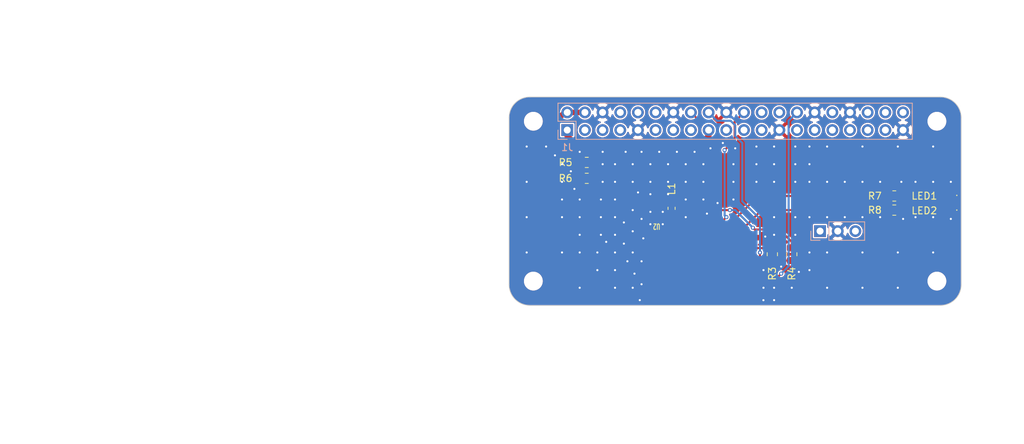
<source format=kicad_pcb>
(kicad_pcb (version 20241229) (generator "pcbnew") (generator_version "9.0")
  (title_block (date "15 nov 2012"))
  (layers (0 "F.Cu" signal) (2 "B.Cu" signal) (13 "F.Paste" user) (15 "B.Paste" user) (5 "F.SilkS" user "F.Silkscreen") (7 "B.SilkS" user "B.Silkscreen") (1 "F.Mask" user) (3 "B.Mask" user) (25 "Edge.Cuts" user))
  (net 0 "")
  (net 1 "GND")
  (net 2 "/GPIO3")
  (net 3 "/GPIO12")
  (net 4 "/GPIO13")
  (net 5 "/GPIO18")
  (net 6 "/GPIO17")
  (net 7 "/GPIO14")
  (net 8 "/GPIO27")
  (net 9 "/GPIO22")
  (net 10 "/GPIO23")
  (net 11 "/GPIO26")
  (net 12 "/GPIO24")
  (net 13 "/GPIO2")
  (net 14 "/GPIO1")
  (net 15 "/GPIO25")
  (net 16 "/GPIO9")
  (net 17 "/GPIO10")
  (net 18 "/GPIO20")
  (net 19 "/GPIO19")
  (net 20 "/GPIO8")
  (net 21 "/GPIO0")
  (net 22 "/GPIO6")
  (net 23 "/GPIO7")
  (net 24 "/GPIO11")
  (net 25 "/GPIO4")
  (net 26 "/GPIO16")
  (net 27 "/GPIO21")
  (net 28 "Net-(U2-DO)")
  (net 29 "+5V")
  (net 30 "+3V3")
  (net 31 "/WL_GPIO2")
  (net 33 "/WL_GPIO0")
  (net 34 "/WL_GPIO1")
  (net 36 "Net-(U2-VDDIO)")
  (net 38 "Net-(U2-nIRQ)")
  (net 39 "/GPIO5")
  (net 40 "/GPIO15")
  (net 41 "Net-(LED1-A)")
  (net 42 "Net-(LED2-A)")
  (net 43 "/SW_CLK")
  (net 44 "/SW_DIO")
  (footprint "MountingHole:MountingHole_2.7mm_M2.5" (layer "F.Cu") (at 161.5 73.5)
    (property "Reference" "MH2" (hide yes))
    (property "Value" "MountingHole_2.7mm_M2.5" (hide yes))
    (pad "" np_thru_hole circle (at 0 0) (size 2.7 2.7) (drill 2.7) (layers "*.Cu" "*.Mask"))
  )
  (footprint "lsc-resistor:R_ERA-6A_0805_2012Metric" (layer "F.Cu") (at 155.372 86.284 180)
    (property "Reference" "R8" (at 2.794 0 180) (layer "F.SilkS"))
    (property "Value" "470")
    (fp_line (start -0.227064 0.735) (end 0.227064 0.735) (stroke (width 0.12)) (layer "F.SilkS"))
    (fp_line (start -0.227064 -0.735) (end 0.227064 -0.735) (stroke (width 0.12)) (layer "F.SilkS"))
    (pad "1" smd roundrect (at -0.9125 0 180) (size 1.025 1.4) (layers "F.Cu" "F.Mask" "F.Paste") (roundrect_rratio 0.243902) (net 42 "Net-(LED2-A)"))
    (pad "2" smd roundrect (at 0.9125 0 180) (size 1.025 1.4) (layers "F.Cu" "F.Mask" "F.Paste") (roundrect_rratio 0.243902) (net 31 "/WL_GPIO2"))
  )
  (footprint "lsc-led-smd:LED_599-00XX-137F_0603_1608Metric" (layer "F.Cu") (at 163.008 84.1669 180)
    (property "Reference" "LED1" (at 3.318 -0.0851 180) (layer "F.SilkS"))
    (property "Value" "YL-GN")
    (fp_circle (center -1.35 0) (end -1.35 0.05) (stroke (width 0.1)) (fill no) (layer "F.SilkS"))
    (pad "1" smd roundrect (at -0.75 0 270) (size 0.8 0.8) (layers "F.Cu" "F.Mask" "F.Paste") (net 1 "GND"))
    (pad "2" smd roundrect (at 0.75 0 270) (size 0.8 0.8) (layers "F.Cu" "F.Mask" "F.Paste") (net 41 "Net-(LED1-A)"))
  )
  (footprint "MountingHole:MountingHole_2.7mm_M2.5" (layer "F.Cu") (at 103.5 96.5)
    (property "Reference" "MH3" (hide yes))
    (property "Value" "MountingHole_2.7mm_M2.5" (hide yes))
    (pad "" np_thru_hole circle (at 0 0) (size 2.7 2.7) (drill 2.7) (layers "*.Cu" "*.Mask"))
  )
  (footprint "MountingHole:MountingHole_2.7mm_M2.5" (layer "F.Cu") (at 103.5 73.5)
    (property "Reference" "MH1" (hide yes))
    (property "Value" "MountingHole_2.7mm_M2.5" (hide yes))
    (pad "" np_thru_hole circle (at 0 0) (size 2.7 2.7) (drill 2.7) (layers "*.Cu" "*.Mask"))
  )
  (footprint "lsc-resistor:R_ERA-6A_0805_2012Metric" (layer "F.Cu") (at 111.176 79.426)
    (property "Reference" "R5" (at -3.048 0 0) (layer "F.SilkS"))
    (property "Value" "10k")
    (fp_line (start -0.227064 -0.735) (end 0.227064 -0.735) (stroke (width 0.12)) (layer "F.SilkS"))
    (fp_line (start -0.227064 0.735) (end 0.227064 0.735) (stroke (width 0.12)) (layer "F.SilkS"))
    (pad "1" smd roundrect (at -0.9125 0) (size 1.025 1.4) (layers "F.Cu" "F.Mask" "F.Paste") (roundrect_rratio 0.243902) (net 29 "+5V"))
    (pad "2" smd roundrect (at 0.9125 0) (size 1.025 1.4) (layers "F.Cu" "F.Mask" "F.Paste") (roundrect_rratio 0.243902) (net 34 "/WL_GPIO1"))
  )
  (footprint "lsc-module:rpi_rmc20452t" (layer "F.Cu") (at 127.794 96.698 180)
    (property "Reference" "U2" (hide yes))
    (property "Value" "RMC20452" (hide yes))
    (fp_text user "U2" (at 5.988 8.53 180) (layer "F.SilkS") (effects (font (size 0.8 0.5) (thickness 0.125) (bold yes)) (justify left bottom)))
    (pad "1" smd rect (at -6.75 -2.55 180) (size 2 1) (layers "F.Cu" "F.Mask" "F.Paste") (net 1 "GND") (clearance 0))
    (pad "2" smd rect (at -6.75 -1.05 180) (size 2 1) (layers "F.Cu" "F.Mask" "F.Paste") (clearance 0))
    (pad "3" smd rect (at -6.75 0.45 180) (size 2 1) (layers "F.Cu" "F.Mask" "F.Paste") (net 14 "/GPIO1") (clearance 0))
    (pad "4" smd rect (at -6.75 1.95 180) (size 2 1) (layers "F.Cu" "F.Mask" "F.Paste") (net 1 "GND") (clearance 0))
    (pad "5" smd rect (at -6.75 3.45 180) (size 2 1) (layers "F.Cu" "F.Mask" "F.Paste") (net 12 "/GPIO24") (clearance 0))
    (pad "6" smd rect (at -6.75 4.95 180) (size 2 1) (layers "F.Cu" "F.Mask" "F.Paste") (net 28 "Net-(U2-DO)") (clearance 0))
    (pad "7" smd rect (at -6.75 6.45 180) (size 2 1) (layers "F.Cu" "F.Mask" "F.Paste") (net 1 "GND") (clearance 0))
    (pad "8" smd rect (at -4.5 7.75 270) (size 2 1) (layers "F.Cu" "F.Mask" "F.Paste") (net 33 "/WL_GPIO0") (clearance 0))
    (pad "9" smd rect (at -3 7.75 270) (size 2 1) (layers "F.Cu" "F.Mask" "F.Paste") (net 15 "/GPIO25") (clearance 0))
    (pad "10" smd rect (at -1.5 7.75 270) (size 2 1) (layers "F.Cu" "F.Mask" "F.Paste") (net 38 "Net-(U2-nIRQ)") (clearance 0))
    (pad "11" smd rect (at 0 7.75 270) (size 2 1) (layers "F.Cu" "F.Mask" "F.Paste") (net 1 "GND") (clearance 0))
    (pad "12" smd rect (at 1.5 7.75 270) (size 2 1) (layers "F.Cu" "F.Mask" "F.Paste") (net 10 "/GPIO23") (clearance 0))
    (pad "13" smd rect (at 3 7.75 270) (size 2 1) (layers "F.Cu" "F.Mask" "F.Paste") (net 10 "/GPIO23") (clearance 0))
    (pad "14" smd rect (at 4.5 7.75 270) (size 2 1) (layers "F.Cu" "F.Mask" "F.Paste") (net 36 "Net-(U2-VDDIO)") (clearance 0))
    (pad "15" smd rect (at 6.75 6.45) (size 2 1) (layers "F.Cu" "F.Mask" "F.Paste") (net 1 "GND") (clearance 0))
    (pad "16" smd rect (at 6.75 4.95) (size 2 1) (layers "F.Cu" "F.Mask" "F.Paste") (net 36 "Net-(U2-VDDIO)") (clearance 0))
    (pad "17" smd rect (at 6.75 3.45) (size 2 1) (layers "F.Cu" "F.Mask" "F.Paste") (net 31 "/WL_GPIO2") (clearance 0))
    (pad "18" smd rect (at 6.75 1.95) (size 2 1) (layers "F.Cu" "F.Mask" "F.Paste") (net 34 "/WL_GPIO1") (clearance 0))
    (pad "19" smd rect (at 6.75 0.45) (size 2 1) (layers "F.Cu" "F.Mask" "F.Paste") (clearance 0))
    (pad "20" smd rect (at 6.75 -1.05) (size 2 1) (layers "F.Cu" "F.Mask" "F.Paste") (clearance 0))
    (pad "21" smd rect (at 6.75 -2.55) (size 2 1) (layers "F.Cu" "F.Mask" "F.Paste") (net 1 "GND") (clearance 0))
  )
  (footprint "lsc-resistor:R_ERA-6A_0805_2012Metric" (layer "F.Cu") (at 155.372 84.252 180)
    (property "Reference" "R7" (at 2.794 0 0) (layer "F.SilkS"))
    (property "Value" "470")
    (fp_line (start -0.227064 0.735) (end 0.227064 0.735) (stroke (width 0.12)) (layer "F.SilkS"))
    (fp_line (start -0.227064 -0.735) (end 0.227064 -0.735) (stroke (width 0.12)) (layer "F.SilkS"))
    (pad "1" smd roundrect (at -0.9125 0 180) (size 1.025 1.4) (layers "F.Cu" "F.Mask" "F.Paste") (roundrect_rratio 0.243902) (net 41 "Net-(LED1-A)"))
    (pad "2" smd roundrect (at 0.9125 0 180) (size 1.025 1.4) (layers "F.Cu" "F.Mask" "F.Paste") (roundrect_rratio 0.243902) (net 33 "/WL_GPIO0"))
  )
  (footprint "lsc-resistor:R_ERA-6A_0805_2012Metric" (layer "F.Cu") (at 111.176 81.712 180)
    (property "Reference" "R6" (at 3.048 0 180) (layer "F.SilkS"))
    (property "Value" "10k")
    (fp_line (start -0.227064 0.735) (end 0.227064 0.735) (stroke (width 0.12)) (layer "F.SilkS"))
    (fp_line (start -0.227064 -0.735) (end 0.227064 -0.735) (stroke (width 0.12)) (layer "F.SilkS"))
    (pad "1" smd roundrect (at -0.9125 0 180) (size 1.025 1.4) (layers "F.Cu" "F.Mask" "F.Paste") (roundrect_rratio 0.243902) (net 34 "/WL_GPIO1"))
    (pad "2" smd roundrect (at 0.9125 0 180) (size 1.025 1.4) (layers "F.Cu" "F.Mask" "F.Paste") (roundrect_rratio 0.243902) (net 1 "GND"))
  )
  (footprint "MountingHole:MountingHole_2.7mm_M2.5" (layer "F.Cu") (at 161.5 96.5)
    (property "Reference" "MH4" (hide yes))
    (property "Value" "MountingHole_2.7mm_M2.5" (hide yes))
    (pad "" np_thru_hole circle (at 0 0) (size 2.7 2.7) (drill 2.7) (layers "*.Cu" "*.Mask"))
  )
  (footprint "lsc-resistor:R_ERA-6A_0805_2012Metric" (layer "F.Cu") (at 137.846 92.634 90)
    (property "Reference" "R3" (at -2.794 0 90) (layer "F.SilkS"))
    (property "Value" "470")
    (fp_line (start -0.227064 -0.735) (end 0.227064 -0.735) (stroke (width 0.12)) (layer "F.SilkS"))
    (fp_line (start -0.227064 0.735) (end 0.227064 0.735) (stroke (width 0.12)) (layer "F.SilkS"))
    (pad "1" smd roundrect (at -0.9125 0 90) (size 1.025 1.4) (layers "F.Cu" "F.Mask" "F.Paste") (roundrect_rratio 0.243902) (net 12 "/GPIO24"))
    (pad "2" smd roundrect (at 0.9125 0 90) (size 1.025 1.4) (layers "F.Cu" "F.Mask" "F.Paste") (roundrect_rratio 0.243902) (net 28 "Net-(U2-DO)"))
  )
  (footprint "lsc-resistor:R_ERA-6A_0805_2012Metric" (layer "F.Cu") (at 140.64 92.634 90)
    (property "Reference" "R4" (at -2.794 0 90) (layer "F.SilkS"))
    (property "Value" "470")
    (fp_line (start -0.227064 -0.735) (end 0.227064 -0.735) (stroke (width 0.12)) (layer "F.SilkS"))
    (fp_line (start -0.227064 0.735) (end 0.227064 0.735) (stroke (width 0.12)) (layer "F.SilkS"))
    (pad "1" smd roundrect (at -0.9125 0 90) (size 1.025 1.4) (layers "F.Cu" "F.Mask" "F.Paste") (roundrect_rratio 0.243902) (net 12 "/GPIO24"))
    (pad "2" smd roundrect (at 0.9125 0 90) (size 1.025 1.4) (layers "F.Cu" "F.Mask" "F.Paste") (roundrect_rratio 0.243902) (net 38 "Net-(U2-nIRQ)"))
  )
  (footprint "lsc-led-smd:LED_599-00XX-137F_0603_1608Metric" (layer "F.Cu") (at 163.008 86.284 180)
    (property "Reference" "LED2" (at 3.318 -0.0851 180) (layer "F.SilkS"))
    (property "Value" "BU")
    (fp_circle (center -1.35 0) (end -1.35 0.05) (stroke (width 0.1)) (fill no) (layer "F.SilkS"))
    (pad "1" smd roundrect (at -0.75 0 270) (size 0.8 0.8) (layers "F.Cu" "F.Mask" "F.Paste") (net 1 "GND"))
    (pad "2" smd roundrect (at 0.75 0 270) (size 0.8 0.8) (layers "F.Cu" "F.Mask" "F.Paste") (net 42 "Net-(LED2-A)"))
  )
  (footprint "Inductor_SMD:L_0603_1608Metric_Pad1.05x0.95mm_HandSolder" (layer "F.Cu") (at 123.368 86.03 -90)
    (property "Reference" "L1" (at -2.794 0 90) (layer "F.SilkS"))
    (property "Value" "BLM18EG471SN1D")
    (fp_line (start -0.171267 0.51) (end 0.171267 0.51) (stroke (width 0.12)) (layer "F.SilkS"))
    (fp_line (start -0.171267 -0.51) (end 0.171267 -0.51) (stroke (width 0.12)) (layer "F.SilkS"))
    (pad "1" smd roundrect (at -0.875 0 270) (size 1.05 0.95) (layers "F.Cu" "F.Mask" "F.Paste") (net 30 "+3V3"))
    (pad "2" smd roundrect (at 0.875 0 270) (size 1.05 0.95) (layers "F.Cu" "F.Mask" "F.Paste") (net 36 "Net-(U2-VDDIO)"))
  )
  (footprint "Connector_PinSocket_2.54mm:PinSocket_2x20_P2.54mm_Vertical" (layer "B.Cu") (at 108.37 74.77 -90)
    (property "Reference" "J1" (at 2.5 0 0) (layer "B.SilkS") (effects (justify mirror)))
    (property "Value" "GPIO")
    (fp_line (start -3.87 1.33) (end -1.27 1.33) (stroke (width 0.12)) (layer "B.SilkS"))
    (fp_line (start -3.87 1.33) (end -3.87 -49.59) (stroke (width 0.12)) (layer "B.SilkS"))
    (fp_line (start -1.27 1.33) (end -1.27 -1.27) (stroke (width 0.12)) (layer "B.SilkS"))
    (fp_line (start 0 1.33) (end 1.33 1.33) (stroke (width 0.12)) (layer "B.SilkS"))
    (fp_line (start 1.33 1.33) (end 1.33 0) (stroke (width 0.12)) (layer "B.SilkS"))
    (fp_line (start -1.27 -1.27) (end 1.33 -1.27) (stroke (width 0.12)) (layer "B.SilkS"))
    (fp_line (start 1.33 -1.27) (end 1.33 -49.59) (stroke (width 0.12)) (layer "B.SilkS"))
    (fp_line (start -3.87 -49.59) (end 1.33 -49.59) (stroke (width 0.12)) (layer "B.SilkS"))
    (pad "1" thru_hole rect (at 0 0 270) (size 1.7 1.7) (drill 1) (layers "*.Cu" "*.Mask") (net 30 "+3V3"))
    (pad "2" thru_hole circle (at -2.54 0 270) (size 1.7 1.7) (drill 1) (layers "*.Cu" "*.Mask") (net 29 "+5V"))
    (pad "3" thru_hole circle (at 0 -2.54 270) (size 1.7 1.7) (drill 1) (layers "*.Cu" "*.Mask") (net 13 "/GPIO2"))
    (pad "4" thru_hole circle (at -2.54 -2.54 270) (size 1.7 1.7) (drill 1) (layers "*.Cu" "*.Mask") (net 29 "+5V"))
    (pad "5" thru_hole circle (at 0 -5.08 270) (size 1.7 1.7) (drill 1) (layers "*.Cu" "*.Mask") (net 2 "/GPIO3"))
    (pad "6" thru_hole circle (at -2.54 -5.08 270) (size 1.7 1.7) (drill 1) (layers "*.Cu" "*.Mask") (net 1 "GND"))
    (pad "7" thru_hole circle (at 0 -7.62 270) (size 1.7 1.7) (drill 1) (layers "*.Cu" "*.Mask") (net 7 "/GPIO14"))
    (pad "8" thru_hole circle (at -2.54 -7.62 270) (size 1.7 1.7) (drill 1) (layers "*.Cu" "*.Mask") (net 25 "/GPIO4"))
    (pad "9" thru_hole circle (at 0 -10.16 270) (size 1.7 1.7) (drill 1) (layers "*.Cu" "*.Mask") (net 1 "GND"))
    (pad "10" thru_hole circle (at -2.54 -10.16 270) (size 1.7 1.7) (drill 1) (layers "*.Cu" "*.Mask") (net 40 "/GPIO15"))
    (pad "11" thru_hole circle (at 0 -12.7 270) (size 1.7 1.7) (drill 1) (layers "*.Cu" "*.Mask") (net 6 "/GPIO17"))
    (pad "12" thru_hole circle (at -2.54 -12.7 270) (size 1.7 1.7) (drill 1) (layers "*.Cu" "*.Mask") (net 5 "/GPIO18"))
    (pad "13" thru_hole circle (at 0 -15.24 270) (size 1.7 1.7) (drill 1) (layers "*.Cu" "*.Mask") (net 8 "/GPIO27"))
    (pad "14" thru_hole circle (at -2.54 -15.24 270) (size 1.7 1.7) (drill 1) (layers "*.Cu" "*.Mask") (net 1 "GND"))
    (pad "15" thru_hole circle (at 0 -17.78 270) (size 1.7 1.7) (drill 1) (layers "*.Cu" "*.Mask") (net 9 "/GPIO22"))
    (pad "16" thru_hole circle (at -2.54 -17.78 270) (size 1.7 1.7) (drill 1) (layers "*.Cu" "*.Mask") (net 10 "/GPIO23"))
    (pad "17" thru_hole circle (at 0 -20.32 270) (size 1.7 1.7) (drill 1) (layers "*.Cu" "*.Mask") (net 30 "+3V3"))
    (pad "18" thru_hole circle (at -2.54 -20.32 270) (size 1.7 1.7) (drill 1) (layers "*.Cu" "*.Mask") (net 12 "/GPIO24"))
    (pad "19" thru_hole circle (at 0 -22.86 270) (size 1.7 1.7) (drill 1) (layers "*.Cu" "*.Mask") (net 24 "/GPIO11"))
    (pad "20" thru_hole circle (at -2.54 -22.86 270) (size 1.7 1.7) (drill 1) (layers "*.Cu" "*.Mask") (net 1 "GND"))
    (pad "21" thru_hole circle (at 0 -25.4 270) (size 1.7 1.7) (drill 1) (layers "*.Cu" "*.Mask") (net 3 "/GPIO12"))
    (pad "22" thru_hole circle (at -2.54 -25.4 270) (size 1.7 1.7) (drill 1) (layers "*.Cu" "*.Mask") (net 15 "/GPIO25"))
    (pad "23" thru_hole circle (at 0 -27.94 270) (size 1.7 1.7) (drill 1) (layers "*.Cu" "*.Mask") (net 17 "/GPIO10"))
    (pad "24" thru_hole circle (at -2.54 -27.94 270) (size 1.7 1.7) (drill 1) (layers "*.Cu" "*.Mask") (net 20 "/GPIO8"))
    (pad "25" thru_hole circle (at 0 -30.48 270) (size 1.7 1.7) (drill 1) (layers "*.Cu" "*.Mask") (net 1 "GND"))
    (pad "26" thru_hole circle (at -2.54 -30.48 270) (size 1.7 1.7) (drill 1) (layers "*.Cu" "*.Mask") (net 23 "/GPIO7"))
    (pad "27" thru_hole circle (at 0 -33.02 270) (size 1.7 1.7) (drill 1) (layers "*.Cu" "*.Mask") (net 21 "/GPIO0"))
    (pad "28" thru_hole circle (at -2.54 -33.02 270) (size 1.7 1.7) (drill 1) (layers "*.Cu" "*.Mask") (net 14 "/GPIO1"))
    (pad "29" thru_hole circle (at 0 -35.56 270) (size 1.7 1.7) (drill 1) (layers "*.Cu" "*.Mask") (net 39 "/GPIO5"))
    (pad "30" thru_hole circle (at -2.54 -35.56 270) (size 1.7 1.7) (drill 1) (layers "*.Cu" "*.Mask") (net 1 "GND"))
    (pad "31" thru_hole circle (at 0 -38.1 270) (size 1.7 1.7) (drill 1) (layers "*.Cu" "*.Mask") (net 22 "/GPIO6"))
    (pad "32" thru_hole circle (at -2.54 -38.1 270) (size 1.7 1.7) (drill 1) (layers "*.Cu" "*.Mask") (net 16 "/GPIO9"))
    (pad "33" thru_hole circle (at 0 -40.64 270) (size 1.7 1.7) (drill 1) (layers "*.Cu" "*.Mask") (net 4 "/GPIO13"))
    (pad "34" thru_hole circle (at -2.54 -40.64 270) (size 1.7 1.7) (drill 1) (layers "*.Cu" "*.Mask") (net 1 "GND"))
    (pad "35" thru_hole circle (at 0 -43.18 270) (size 1.7 1.7) (drill 1) (layers "*.Cu" "*.Mask") (net 19 "/GPIO19"))
    (pad "36" thru_hole circle (at -2.54 -43.18 270) (size 1.7 1.7) (drill 1) (layers "*.Cu" "*.Mask") (net 26 "/GPIO16"))
    (pad "37" thru_hole circle (at 0 -45.72 270) (size 1.7 1.7) (drill 1) (layers "*.Cu" "*.Mask") (net 11 "/GPIO26"))
    (pad "38" thru_hole circle (at -2.54 -45.72 270) (size 1.7 1.7) (drill 1) (layers "*.Cu" "*.Mask") (net 18 "/GPIO20"))
    (pad "39" thru_hole circle (at 0 -48.26 270) (size 1.7 1.7) (drill 1) (layers "*.Cu" "*.Mask") (net 1 "GND"))
    (pad "40" thru_hole circle (at -2.54 -48.26 270) (size 1.7 1.7) (drill 1) (layers "*.Cu" "*.Mask") (net 27 "/GPIO21"))
  )
  (footprint "Connector_PinSocket_2.54mm:PinSocket_1x03_P2.54mm_Vertical" (layer "B.Cu") (at 144.704 89.307 -90)
    (property "Reference" "J2" (hide yes))
    (property "Value" "DEBUG")
    (fp_line (start 0 1.33) (end 1.33 1.33) (stroke (width 0.12)) (layer "B.SilkS"))
    (fp_line (start 1.33 1.33) (end 1.33 0) (stroke (width 0.12)) (layer "B.SilkS"))
    (fp_line (start -1.33 -1.27) (end 1.33 -1.27) (stroke (width 0.12)) (layer "B.SilkS"))
    (fp_line (start -1.33 -1.27) (end -1.33 -6.41) (stroke (width 0.12)) (layer "B.SilkS"))
    (fp_line (start 1.33 -1.27) (end 1.33 -6.41) (stroke (width 0.12)) (layer "B.SilkS"))
    (fp_line (start -1.33 -6.41) (end 1.33 -6.41) (stroke (width 0.12)) (layer "B.SilkS"))
    (pad "1" thru_hole rect (at 0 0 270) (size 1.7 1.7) (drill 1) (layers "*.Cu" "*.Mask") (net 44 "/SW_DIO"))
    (pad "2" thru_hole circle (at 0 -2.54 270) (size 1.7 1.7) (drill 1) (layers "*.Cu" "*.Mask") (net 1 "GND"))
    (pad "3" thru_hole circle (at 0 -5.08 270) (size 1.7 1.7) (drill 1) (layers "*.Cu" "*.Mask") (net 43 "/SW_CLK"))
  )
  (gr_arc (start 162 70) (mid 164.12132 70.87868) (end 165 73) (stroke (width 0.1)) (layer "Edge.Cuts"))
  (gr_line (start 165 97) (end 165 73) (stroke (width 0.1)) (layer "Edge.Cuts"))
  (gr_line (start 100 73) (end 100 97) (stroke (width 0.1)) (layer "Edge.Cuts"))
  (gr_arc (start 103 100) (mid 100.87868 99.12132) (end 100 97) (stroke (width 0.1)) (layer "Edge.Cuts"))
  (gr_line (start 103 100) (end 162 100) (stroke (width 0.1)) (layer "Edge.Cuts"))
  (gr_arc (start 165 97) (mid 164.12132 99.12132) (end 162 100) (stroke (width 0.1)) (layer "Edge.Cuts"))
  (gr_arc (start 100 73) (mid 100.87868 70.87868) (end 103 70) (stroke (width 0.1)) (layer "Edge.Cuts"))
  (gr_line (start 162 70) (end 103 70) (stroke (width 0.1)) (layer "Edge.Cuts"))
  (segment (start 134.544 94.748) (end 136.404 94.748) (width 0.8) (layer "F.Cu") (net 1))
  (segment (start 136.404 94.748) (end 136.576 94.92) (width 0.8) (layer "F.Cu") (net 1))
  (segment (start 121.044 99.248) (end 118.806 99.248) (width 0.8) (layer "F.Cu") (net 1))
  (segment (start 127.794 88.948) (end 127.794 87.446) (width 0.8) (layer "F.Cu") (net 1))
  (segment (start 119.404 90.248) (end 119.304 90.348) (width 0.8) (layer "F.Cu") (net 1))
  (segment (start 134.544 99.248) (end 136.566 99.248) (width 0.8) (layer "F.Cu") (net 1))
  (segment (start 134.544 90.248) (end 136.676 90.248) (width 0.8) (layer "F.Cu") (net 1))
  (segment (start 118.806 99.248) (end 118.796 99.238) (width 0.8) (layer "F.Cu") (net 1))
  (segment (start 121.044 90.248) (end 119.404 90.248) (width 0.8) (layer "F.Cu") (net 1))
  (segment (start 136.566 99.248) (end 136.576 99.238) (width 0.8) (layer "F.Cu") (net 1))
  (segment (start 127.794 87.446) (end 128.448 86.792) (width 0.8) (layer "F.Cu") (net 1))
  (segment (start 136.676 90.248) (end 136.83 90.094) (width 0.8) (layer "F.Cu") (net 1))
  (via (at 138.1 77.14) (size 0.6) (drill 0.3) (layers "F.Cu" "B.Cu") (net 1))
  (via (at 115.24 82.22) (size 0.6) (drill 0.3) (layers "F.Cu" "B.Cu") (net 1))
  (via (at 143.18 79.68) (size 0.6) (drill 0.3) (layers "F.Cu" "B.Cu") (net 1))
  (via (at 117.78 86.284) (size 0.6) (drill 0.3) (layers "F.Cu" "B.Cu") (net 1))
  (via (at 115.24 94.92) (size 0.6) (drill 0.3) (layers "F.Cu" "B.Cu") (net 1))
  (via (at 118.542 83.744) (size 0.6) (drill 0.3) (layers "F.Cu" "B.Cu") (net 1))
  (via (at 107.62 87.3) (size 0.6) (drill 0.3) (layers "F.Cu" "B.Cu") (net 1))
  (via (at 125.4 87.3) (size 0.6) (drill 0.3) (layers "F.Cu" "B.Cu") (net 1))
  (via (at 141.148 82.22) (size 0.6) (drill 0.3) (layers "F.Cu" "B.Cu") (net 1))
  (via (at 150.8 97.46) (size 0.6) (drill 0.3) (layers "F.Cu" "B.Cu") (net 1))
  (via (at 138.1 79.68) (size 0.6) (drill 0.3) (layers "F.Cu" "B.Cu") (net 1))
  (via (at 138.1 97.46) (size 0.6) (drill 0.3) (layers "F.Cu" "B.Cu") (net 1))
  (via (at 138.1 89.84) (size 0.6) (drill 0.3) (layers "F.Cu" "B.Cu") (net 1))
  (via (at 117.78 79.68) (size 0.6) (drill 0.3) (layers "F.Cu" "B.Cu") (net 1))
  (via (at 106.604 78.41) (size 0.6) (drill 0.3) (layers "F.Cu" "B.Cu") (net 1))
  (via (at 120.32 79.68) (size 0.6) (drill 0.3) (layers "F.Cu" "B.Cu") (net 1))
  (via (at 150.8 77.14) (size 0.6) (drill 0.3) (layers "F.Cu" "B.Cu") (net 1))
  (via (at 120.32 83.998) (size 0.6) (drill 0.3) (layers "F.Cu" "B.Cu") (net 1))
  (via (at 126.67 77.902) (size 0.6) (drill 0.3) (layers "F.Cu" "B.Cu") (net 1))
  (via (at 107.62 84.76) (size 0.6) (drill 0.3) (layers "F.Cu" "B.Cu") (net 1))
  (via (at 160.96 82.22) (size 0.6) (drill 0.3) (layers "F.Cu" "B.Cu") (net 1))
  (via (at 110.16 89.84) (size 0.6) (drill 0.3) (layers "F.Cu" "B.Cu") (net 1))
  (via (at 150.8 82.22) (size 0.6) (drill 0.3) (layers "F.Cu" "B.Cu") (net 1))
  (via (at 120.32 86.538) (size 0.6) (drill 0.3) (layers "F.Cu" "B.Cu") (net 1))
  (via (at 120.32 88.316) (size 0.6) (drill 0.3) (layers "F.Cu" "B.Cu") (net 1))
  (via (at 105.334 77.14) (size 0.6) (drill 0.3) (layers "F.Cu" "B.Cu") (net 1))
  (via (at 136.576 97.46) (size 0.6) (drill 0.3) (layers "F.Cu" "B.Cu") (net 1))
  (via (at 163.5 82.22) (size 0.6) (drill 0.3) (layers "F.Cu" "B.Cu") (net 1))
  (via (at 125.4 82.22) (size 0.6) (drill 0.3) (layers "F.Cu" "B.Cu") (net 1))
  (via (at 155.88 92.38) (size 0.6) (drill 0.3) (layers "F.Cu" "B.Cu") (net 1))
  (via (at 110.16 97.46) (size 0.6) (drill 0.3) (layers "F.Cu" "B.Cu") (net 1))
  (via (at 141.148 77.14) (size 0.6) (drill 0.3) (layers "F.Cu" "B.Cu") (net 1))
  (via (at 145.72 97.46) (size 0.6) (drill 0.3) (layers "F.Cu" "B.Cu") (net 1))
  (via (at 115.24 79.68) (size 0.6) (drill 0.3) (layers "F.Cu" "B.Cu") (net 1))
  (via (at 135.56 79.68) (size 0.6) (drill 0.3) (layers "F.Cu" "B.Cu") (net 1))
  (via (at 135.56 82.22) (size 0.6) (drill 0.3) (layers "F.Cu" "B.Cu") (net 1))
  (via (at 118.034 95.428) (size 0.6) (drill 0.3) (layers "F.Cu" "B.Cu") (net 1))
  (via (at 132.258 82.22) (size 0.6) (drill 0.3) (layers "F.Cu" "B.Cu") (net 1))
  (via (at 117.78 92.38) (size 0.6) (drill 0.3) (layers "F.Cu" "B.Cu") (net 1))
  (via (at 125.4 79.68) (size 0.6) (drill 0.3) (layers "F.Cu" "B.Cu") (net 1))
  (via (at 102.54 82.22) (size 0.6) (drill 0.3) (layers "F.Cu" "B.Cu") (net 1))
  (via (at 139.116 94.412) (size 0.6) (drill 0.3) (layers "F.Cu" "B.Cu") (net 1))
  (via (at 127.94 82.22) (size 0.6) (drill 0.3) (layers "F.Cu" "B.Cu") (net 1))
  (via (at 150.8 92.38) (size 0.6) (drill 0.3) (layers "F.Cu" "B.Cu") (net 1))
  (via (at 124.13 77.902) (size 0.6) (drill 0.3) (layers "F.Cu" "B.Cu") (net 1))
  (via (at 143.18 77.14) (size 0.6) (drill 0.3) (layers "F.Cu" "B.Cu") (net 1))
  (via (at 156.388 82.22) (size 0.6) (drill 0.3) (layers "F.Cu" "B.Cu") (net 1))
  (via (at 155.88 97.46) (size 0.6) (drill 0.3) (layers "F.Cu" "B.Cu") (net 1))
  (via (at 110.16 87.3) (size 0.6) (drill 0.3) (layers "F.Cu" "B.Cu") (net 1))
  (via (at 117.018 93.65) (size 0.6) (drill 0.3) (layers "F.Cu" "B.Cu") (net 1))
  (via (at 163.5 87.554) (size 0.6) (drill 0.3) (layers "F.Cu" "B.Cu") (net 1))
  (via (at 132.258 79.68) (size 0.6) (drill 0.3) (layers "F.Cu" "B.Cu") (net 1))
  (via (at 113.208 87.3) (size 0.6) (drill 0.3) (layers "F.Cu" "B.Cu") (net 1))
  (via (at 156.642 87.554) (size 0.6) (drill 0.3) (layers "F.Cu" "B.Cu") (net 1))
  (via (at 107.62 79.68) (size 0.6) (drill 0.3) (layers "F.Cu" "B.Cu") (net 1))
  (via (at 153.34 82.22) (size 0.6) (drill 0.3) (layers "F.Cu" "B.Cu") (net 1))
  (via (at 122.86 83.998) (size 0.6) (drill 0.3) (layers "F.Cu" "B.Cu") (net 1))
  (via (at 121.59 77.902) (size 0.6) (drill 0.3) (layers "F.Cu" "B.Cu") (net 1))
  (via (at 119.05 96.952) (size 0.6) (drill 0.3) (layers "F.Cu" "B.Cu") (net 1))
  (via (at 127.94 84.76) (size 0.6) (drill 0.3) (layers "F.Cu" "B.Cu") (net 1))
  (via (at 129.972 85.268) (size 0.6) (drill 0.3) (layers "F.Cu" "B.Cu") (net 1))
  (via (at 102.54 77.14) (size 0.6) (drill 0.3) (layers "F.Cu" "B.Cu") (net 1))
  (via (at 145.72 82.22) (size 0.6) (drill 0.3) (layers "F.Cu" "B.Cu") (net 1))
  (via (at 143.18 82.22) (size 0.6) (drill 0.3) (layers "F.Cu" "B.Cu") (net 1))
  (via (at 140.64 97.46) (size 0.6) (drill 0.3) (layers "F.Cu" "B.Cu") (net 1))
  (via (at 136.83 90.094) (size 0.8) (drill 0.3) (layers "F.Cu" "B.Cu") (net 1))
  (via (at 115.24 84.76) (size 0.6) (drill 0.3) (layers "F.Cu" "B.Cu") (net 1))
  (via (at 113.462 79.68) (size 0.6) (drill 0.3) (layers "F.Cu" "B.Cu") (net 1))
  (via (at 148.26 87.3) (size 0.6) (drill 0.3) (layers "F.Cu" "B.Cu") (net 1))
  (via (at 128.956 77.394) (size 0.6) (drill 0.3) (layers "F.Cu" "B.Cu") (net 1))
  (via (at 150.8 87.3) (size 0.6) (drill 0.3) (layers "F.Cu" "B.Cu") (net 1))
  (via (at 115.24 89.84) (size 0.6) (drill 0.3) (layers "F.Cu" "B.Cu") (net 1))
  (via (at 160.96 87.3) (size 0.6) (drill 0.3) (layers "F.Cu" "B.Cu") (net 1))
  (via (at 145.72 77.14) (size 0.6) (drill 0.3) (layers "F.Cu" "B.Cu") (net 1))
  (via (at 145.72 92.38) (size 0.6) (drill 0.3) (layers "F.Cu" "B.Cu") (net 1))
  (via (at 118.796 99.238) (size 0.8) (drill 0.3) (layers "F.Cu" "B.Cu") (net 1))
  (via (at 116.51 91.11) (size 0.6) (drill 0.3) (layers "F.Cu" "B.Cu") (net 1))
  (via (at 117.78 89.332) (size 0.6) (drill 0.3) (layers "F.Cu" "B.Cu") (net 1))
  (via (at 110.16 92.38) (size 0.6) (drill 0.3) (layers "F.Cu" "B.Cu") (net 1))
  (via (at 122.098 88.316) (size 0.6) (drill 0.3) (layers "F.Cu" "B.Cu") (net 1))
  (via (at 148.26 82.22) (size 0.6) (drill 0.3) (layers "F.Cu" "B.Cu") (net 1))
  (via (at 158.42 82.22) (size 0.6) (drill 0.3) (layers "F.Cu" "B.Cu") (net 1))
  (via (at 119.05 87.554) (size 0.6) (drill 0.3) (layers "F.Cu" "B.Cu") (net 1))
  (via (at 136.576 94.92) (size 0.8) (drill 0.3) (layers "F.Cu" "B.Cu") (net 1))
  (via (at 141.148 87.3) (size 0.6) (drill 0.3) (layers "F.Cu" "B.Cu") (net 1))
  (via (at 160.96 92.38) (size 0.6) (drill 0.3) (layers "F.Cu" "B.Cu") (net 1))
  (via (at 117.78 82.22) (size 0.6) (drill 0.3) (layers "F.Cu" "B.Cu") (net 1))
  (via (at 113.208 84.76) (size 0.6) (drill 0.3) (layers "F.Cu" "B.Cu") (net 1))
  (via (at 143.18 87.3) (size 0.6) (drill 0.3) (layers "F.Cu" "B.Cu") (net 1))
  (via (at 128.448 86.792) (size 0.8) (drill 0.3) (layers "F.Cu" "B.Cu") (net 1))
  (via (at 136.566 99.248) (size 0.8) (drill 0.3) (layers "F.Cu" "B.Cu") (net 1))
  (via (at 112.7 94.92) (size 0.6) (drill 0.3) (layers "F.Cu" "B.Cu") (net 1))
  (via (at 119.05 77.902) (size 0.6) (drill 0.3) (layers "F.Cu" "B.Cu") (net 1))
  (via (at 107.62 92.38) (size 0.6) (drill 0.3) (layers "F.Cu" "B.Cu") (net 1))
  (via (at 122.86 82.22) (size 0.6) (drill 0.3) (layers "F.Cu" "B.Cu") (net 1))
  (via (at 109.398 83.236) (size 0.6) (drill 0.3) (layers "F.Cu" "B.Cu") (net 1))
  (via (at 138.1 99.238) (size 0.6) (drill 0.3) (layers "F.Cu" "B.Cu") (net 1))
  (via (at 113.97 90.856) (size 0.6) (drill 0.3) (layers "F.Cu" "B.Cu") (net 1))
  (via (at 138.1 82.22) (size 0.6) (drill 0.3) (layers "F.Cu" "B.Cu") (net 1))
  (via (at 132.512 77.394) (size 0.6) (drill 0.3) (layers "F.Cu" "B.Cu") (net 1))
  (via (at 160.96 77.14) (size 0.6) (drill 0.3) (layers "F.Cu" "B.Cu") (net 1))
  (via (at 119.304 90.348) (size 0.8) (drill 0.3) (layers "F.Cu" "B.Cu") (net 1))
  (via (at 143.18 94.92) (size 0.6) (drill 0.3) (layers "F.Cu" "B.Cu") (net 1))
  (via (at 127.94 79.68) (size 0.6) (drill 0.3) (layers "F.Cu" "B.Cu") (net 1))
  (via (at 120.32 82.22) (size 0.6) (drill 0.3) (layers "F.Cu" "B.Cu") (net 1))
  (via (at 102.54 87.3) (size 0.6) (drill 0.3) (layers "F.Cu" "B.Cu") (net 1))
  (via (at 119.05 93.65) (size 0.6) (drill 0.3) (layers "F.Cu" "B.Cu") (net 1))
  (via (at 158.42 87.3) (size 0.6) (drill 0.3) (layers "F.Cu" "B.Cu") (net 1))
  (via (at 122.098 86.538) (size 0.6) (drill 0.3) (layers "F.Cu" "B.Cu") (net 1))
  (via (at 141.656 95.174) (size 0.6) (drill 0.3) (layers "F.Cu" "B.Cu") (net 1))
  (via (at 122.86 79.68) (size 0.6) (drill 0.3) (layers "F.Cu" "B.Cu") (net 1))
  (via (at 145.72 87.3) (size 0.6) (drill 0.3) (layers "F.Cu" "B.Cu") (net 1))
  (via (at 108.89 80.696) (size 0.6) (drill 0.3) (layers "F.Cu" "B.Cu") (net 1))
  (via (at 113.208 89.84) (size 0.6) (drill 0.3) (layers "F.Cu" "B.Cu") (net 1))
  (via (at 141.148 79.68) (size 0.6) (drill 0.3) (layers "F.Cu" "B.Cu") (net 1))
  (via (at 110.16 84.76) (size 0.6) (drill 0.3) (layers "F.Cu" "B.Cu") (net 1))
  (via (at 125.4 84.76) (size 0.6) (drill 0.3) (layers "F.Cu" "B.Cu") (net 1))
  (via (at 110.16 77.902) (size 0.6) (drill 0.3) (layers "F.Cu" "B.Cu") (net 1))
  (via (at 135.56 77.14) (size 0.6) (drill 0.3) (layers "F.Cu" "B.Cu") (net 1))
  (via (at 115.24 87.3) (size 0.6) (drill 0.3) (layers "F.Cu" "B.Cu") (net 1))
  (via (at 112.7 92.38) (size 0.6) (drill 0.3) (layers "F.Cu" "B.Cu") (net 1))
  (via (at 113.462 82.22) (size 0.6) (drill 0.3) (layers "F.Cu" "B.Cu") (net 1))
  (via (at 115.24 97.46) (size 0.6) (drill 0.3) (layers "F.Cu" "B.Cu") (net 1))
  (via (at 138.1 87.3) (size 0.6) (drill 0.3) (layers "F.Cu" "B.Cu") (net 1))
  (via (at 102.54 92.38) (size 0.6) (drill 0.3) (layers "F.Cu" "B.Cu") (net 1))
  (via (at 116.51 88.062) (size 0.6) (drill 0.3) (layers "F.Cu" "B.Cu") (net 1))
  (via (at 115.24 92.38) (size 0.6) (drill 0.3) (layers "F.Cu" "B.Cu") (net 1))
  (via (at 117.78 97.46) (size 0.6) (drill 0.3) (layers "F.Cu" "B.Cu") (net 1))
  (via (at 116.764 77.902) (size 0.6) (drill 0.3) (layers "F.Cu" "B.Cu") (net 1))
  (via (at 143.18 92.38) (size 0.6) (drill 0.3) (layers "F.Cu" "B.Cu") (net 1))
  (via (at 141.148 89.84) (size 0.6) (drill 0.3) (layers "F.Cu" "B.Cu") (net 1))
  (via (at 155.88 77.14) (size 0.6) (drill 0.3) (layers "F.Cu" "B.Cu") (net 1))
  (via (at 153.34 87.3) (size 0.6) (drill 0.3) (layers "F.Cu" "B.Cu") (net 1))
  (via (at 132.258 84.76) (size 0.6) (drill 0.3) (layers "F.Cu" "B.Cu") (net 1))
  (via (at 130.734 76.632) (size 0.6) (drill 0.3) (layers "F.Cu" "B.Cu") (net 1))
  (via (at 107.62 82.22) (size 0.6) (drill 0.3) (layers "F.Cu" "B.Cu") (net 1))
  (via (at 113.462 77.902) (size 0.6) (drill 0.3) (layers "F.Cu" "B.Cu") (net 1))
  (segment (start 127.489 73.569) (end 126.15 72.23) (width 0.3) (layer "F.Cu") (net 10))
  (segment (start 126.294 87.676) (end 129.891 84.079) (width 0.3) (layer "F.Cu") (net 10))
  (segment (start 126.294 88.948) (end 124.794 88.948) (width 0.3) (layer "F.Cu") (net 10))
  (segment (start 126.294 88.948) (end 126.294 87.676) (width 0.3) (layer "F.Cu") (net 10))
  (segment (start 129.187471 73.569) (end 127.489 73.569) (width 0.3) (layer "F.Cu") (net 10))
  (segment (start 129.891 74.272529) (end 129.187471 73.569) (width 0.3) (layer "F.Cu") (net 10))
  (segment (start 129.891 84.079) (end 129.891 74.272529) (width 0.3) (layer "F.Cu") (net 10))
  (segment (start 136.2185 93.5465) (end 137.846 93.5465) (width 0.3) (layer "F.Cu") (net 12))
  (segment (start 136.068 93.1) (end 136.068 92.398) (width 0.3) (layer "F.Cu") (net 12))
  (segment (start 134.544 93.248) (end 135.92 93.248) (width 0.3) (layer "F.Cu") (net 12))
  (segment (start 137.846 93.5465) (end 140.64 93.5465) (width 0.3) (layer "F.Cu") (net 12))
  (segment (start 135.92 93.248) (end 136.068 93.1) (width 0.3) (layer "F.Cu") (net 12))
  (segment (start 135.92 93.248) (end 136.2185 93.5465) (width 0.3) (layer "F.Cu") (net 12))
  (via (at 136.068 92.398) (size 0.6) (drill 0.3) (layers "F.Cu" "B.Cu") (net 12))
  (segment (start 136.068 92.398) (end 136.068 87.554) (width 0.3) (layer "B.Cu") (net 12))
  (segment (start 132.512 75.616) (end 132.512 74.092) (width 0.3) (layer "B.Cu") (net 12))
  (segment (start 129.891 73.431) (end 128.69 72.23) (width 0.3) (layer "B.Cu") (net 12))
  (segment (start 133.528 85.014) (end 133.528 76.632) (width 0.3) (layer "B.Cu") (net 12))
  (segment (start 133.528 76.632) (end 132.512 75.616) (width 0.3) (layer "B.Cu") (net 12))
  (segment (start 131.851 73.431) (end 129.891 73.431) (width 0.3) (layer "B.Cu") (net 12))
  (segment (start 136.068 87.554) (end 133.528 85.014) (width 0.3) (layer "B.Cu") (net 12))
  (segment (start 132.512 74.092) (end 131.851 73.431) (width 0.3) (layer "B.Cu") (net 12))
  (segment (start 138.296 96.248) (end 139.116 95.428) (width 0.3) (layer "F.Cu") (net 14))
  (segment (start 134.544 96.248) (end 138.296 96.248) (width 0.3) (layer "F.Cu") (net 14))
  (via (at 139.116 95.428) (size 0.6) (drill 0.3) (layers "F.Cu" "B.Cu") (net 14))
  (segment (start 139.116 95.428) (end 140.189 94.355) (width 0.3) (layer "B.Cu") (net 14))
  (segment (start 140.189 94.355) (end 140.189 73.431) (width 0.3) (layer "B.Cu") (net 14))
  (segment (start 140.189 73.431) (end 141.39 72.23) (width 0.3) (layer "B.Cu") (net 14))
  (segment (start 132.431 73.569) (end 133.77 72.23) (width 0.3) (layer "F.Cu") (net 15))
  (segment (start 130.794 88.948) (end 130.794 87.748) (width 0.3) (layer "F.Cu") (net 15))
  (segment (start 130.794 87.748) (end 131.242 87.3) (width 0.3) (layer "F.Cu") (net 15))
  (segment (start 132.431 76.205) (end 132.431 73.569) (width 0.3) (layer "F.Cu") (net 15))
  (segment (start 130.988 77.648) (end 132.431 76.205) (width 0.3) (layer "F.Cu") (net 15))
  (via (at 131.242 87.3) (size 0.6) (drill 0.3) (layers "F.Cu" "B.Cu") (net 15))
  (via (at 130.988 77.648) (size 0.6) (drill 0.3) (layers "F.Cu" "B.Cu") (net 15))
  (segment (start 130.988 87.046) (end 130.988 77.648) (width 0.3) (layer "B.Cu") (net 15))
  (segment (start 131.242 87.3) (end 130.988 87.046) (width 0.3) (layer "B.Cu") (net 15))
  (segment (start 134.544 91.748) (end 137.8195 91.748) (width 0.3) (layer "F.Cu") (net 28))
  (segment (start 108.008 72.23) (end 106.919 73.319) (width 0.8) (layer "F.Cu") (net 29))
  (segment (start 110.91 72.23) (end 108.008 72.23) (width 0.8) (layer "F.Cu") (net 29))
  (segment (start 106.919 73.319) (end 106.919 76.0815) (width 0.8) (layer "F.Cu") (net 29))
  (segment (start 106.919 76.0815) (end 110.2635 79.426) (width 0.8) (layer "F.Cu") (net 29))
  (segment (start 108.37 74.77) (end 108.37 75.604) (width 0.8) (layer "F.Cu") (net 30))
  (segment (start 108.37 75.604) (end 109.652 76.886) (width 0.8) (layer "F.Cu") (net 30))
  (segment (start 127.432 76.886) (end 128.702 75.616) (width 0.8) (layer "F.Cu") (net 30))
  (segment (start 128.69 75.604) (end 128.69 74.77) (width 0.8) (layer "F.Cu") (net 30))
  (segment (start 128.702 75.616) (end 128.69 75.604) (width 0.8) (layer "F.Cu") (net 30))
  (segment (start 116.51 83.236) (end 116.51 79.426) (width 0.8) (layer "F.Cu") (net 30))
  (segment (start 112.192 76.886) (end 127.432 76.886) (width 0.8) (layer "F.Cu") (net 30))
  (segment (start 109.652 76.886) (end 112.7 76.886) (width 0.8) (layer "F.Cu") (net 30))
  (segment (start 116.51 79.426) (end 113.97 76.886) (width 0.8) (layer "F.Cu") (net 30))
  (segment (start 123.368 85.155) (end 118.429 85.155) (width 0.8) (layer "F.Cu") (net 30))
  (segment (start 118.429 85.155) (end 116.51 83.236) (width 0.8) (layer "F.Cu") (net 30))
  (segment (start 113.97 76.886) (end 112.192 76.886) (width 0.8) (layer "F.Cu") (net 30))
  (segment (start 136.306 86.284) (end 154.4595 86.284) (width 0.3) (layer "F.Cu") (net 31))
  (segment (start 121.044 93.248) (end 130.374 93.248) (width 0.3) (layer "F.Cu") (net 31))
  (segment (start 133.193 89.397) (end 136.306 86.284) (width 0.3) (layer "F.Cu") (net 31))
  (segment (start 133.193 90.429) (end 133.193 89.397) (width 0.3) (layer "F.Cu") (net 31))
  (segment (start 130.374 93.248) (end 133.193 90.429) (width 0.3) (layer "F.Cu") (net 31))
  (segment (start 132.294 88.948) (end 132.294 87.772) (width 0.3) (layer "F.Cu") (net 33))
  (segment (start 132.294 87.772) (end 135.814 84.252) (width 0.3) (layer "F.Cu") (net 33))
  (segment (start 135.814 84.252) (end 154.4595 84.252) (width 0.3) (layer "F.Cu") (net 33))
  (segment (start 121.044 94.748) (end 116.592 94.748) (width 0.3) (layer "F.Cu") (net 34))
  (segment (start 116.592 94.748) (end 112.0885 90.2445) (width 0.3) (layer "F.Cu") (net 34))
  (segment (start 112.0885 90.2445) (end 112.0885 81.712) (width 0.3) (layer "F.Cu") (net 34))
  (segment (start 112.0885 81.712) (end 112.0885 79.426) (width 0.3) (layer "F.Cu") (net 34))
  (segment (start 123.294 88.948) (end 123.294 90.548) (width 0.6) (layer "F.Cu") (net 36))
  (segment (start 123.294 90.548) (end 122.094 91.748) (width 0.6) (layer "F.Cu") (net 36))
  (segment (start 122.094 91.748) (end 121.044 91.748) (width 0.6) (layer "F.Cu") (net 36))
  (segment (start 123.368 86.905) (end 123.368 88.874) (width 0.6) (layer "F.Cu") (net 36))
  (segment (start 135.306 89.078) (end 135.052 88.824) (width 0.3) (layer "F.Cu") (net 38))
  (segment (start 138.862 89.078) (end 140.64 90.856) (width 0.3) (layer "F.Cu") (net 38))
  (segment (start 129.294 86.962) (end 129.294 88.948) (width 0.3) (layer "F.Cu") (net 38))
  (segment (start 129.972 86.284) (end 129.294 86.962) (width 0.3) (layer "F.Cu") (net 38))
  (segment (start 138.862 89.078) (end 135.306 89.078) (width 0.3) (layer "F.Cu") (net 38))
  (segment (start 140.64 91.7215) (end 140.64 90.856) (width 0.3) (layer "F.Cu") (net 38))
  (segment (start 131.75 86.284) (end 129.972 86.284) (width 0.3) (layer "F.Cu") (net 38))
  (via (at 135.052 88.824) (size 0.6) (drill 0.3) (layers "F.Cu" "B.Cu") (net 38))
  (via (at 131.75 86.284) (size 0.6) (drill 0.3) (layers "F.Cu" "B.Cu") (net 38))
  (segment (start 135.052 88.824) (end 132.512 86.284) (width 0.3) (layer "B.Cu") (net 38))
  (segment (start 132.512 86.284) (end 131.75 86.284) (width 0.3) (layer "B.Cu") (net 38))
  (segment (start 156.2845 84.252) (end 162.1354 84.252) (width 0.3) (layer "F.Cu") (net 41))
  (segment (start 156.2845 86.284) (end 162.2205 86.284) (width 0.3) (layer "F.Cu") (net 42))
  (zone (net 1) (net_name "GND") (layer "F.Cu") (name "GND_ZONE0") (connect_pads (clearance 0)) (min_thickness 0.25) (fill yes (thermal_gap 0.5) (thermal_bridge_width 0.5) (smoothing chamfer))
    (polygon (pts (xy 100.254 98.222) (xy 100 97.206) (xy 100 72.568) (xy 100.254 71.806) (xy 100.381 71.552) (xy 100.762 71.044) (xy 101.27 70.536) (xy 101.778 70.282) (xy 102.54 70.028) (xy 162.484 70.028) (xy 163.754 70.536) (xy 164.516 71.298) (xy 164.77 71.806) (xy 165.024 72.822) (xy 165.024 97.206) (xy 164.77 98.222) (xy 164.262 98.984) (xy 163.246 99.746) (xy 162.23 100) (xy 102.54 100) (xy 101.27 99.492) (xy 100.762 98.984)))
  )
  (zone (net 1) (net_name "GND") (layer "B.Cu") (name "GND_ZONE0") (connect_pads (clearance 0)) (min_thickness 0.25) (fill yes (thermal_gap 0.5) (thermal_bridge_width 0.5) (smoothing chamfer))
    (polygon (pts (xy 100.254 98.222) (xy 100 97.206) (xy 100 72.568) (xy 100.254 71.806) (xy 100.381 71.552) (xy 100.762 71.044) (xy 101.27 70.536) (xy 101.778 70.282) (xy 102.54 70.028) (xy 162.484 70.028) (xy 163.754 70.536) (xy 164.516 71.298) (xy 164.77 71.806) (xy 165.024 72.822) (xy 165.024 97.206) (xy 164.77 98.222) (xy 164.262 98.984) (xy 163.246 99.746) (xy 162.23 100) (xy 102.54 100) (xy 101.27 99.492) (xy 100.762 98.984)))
  )
)
</source>
